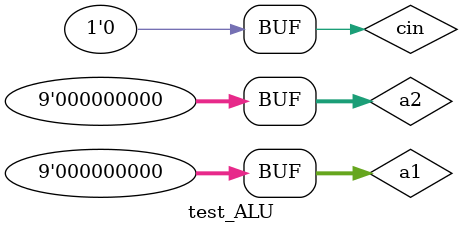
<source format=v>
`timescale 1ns / 1ps


module test_ALU;

	// Inputs
	reg [8:0] a1;
	reg [8:0] a2;
	reg cin;

	// Outputs
	wire [8:0] o;

	// Instantiate the Unit Under Test (UUT)
	ALU uut (
		.a1(a1), 
		.a2(a2), 
		.cin(cin), 
		.o(o)
	);

	initial begin
		// Initialize Inputs
		a1 = 0;
		a2 = 0;
		cin = 0;

		// Wait 100 ns for global reset to finish
		#100;
        
		// Add stimulus here
		x[0] = 1; y[0] = 1;
		x[1] = 0; y[1] = 0;
		x[2] = 0; y[2] = 0;
		x[3] = 0; y[3] = 0;
		x[4] = 0; y[4] = 0;
		x[5] = 0; y[5] = 0;
		x[6] = 0; y[6] = 0;
		x[7] = 0; y[7] = 0;

	end
      
endmodule


</source>
